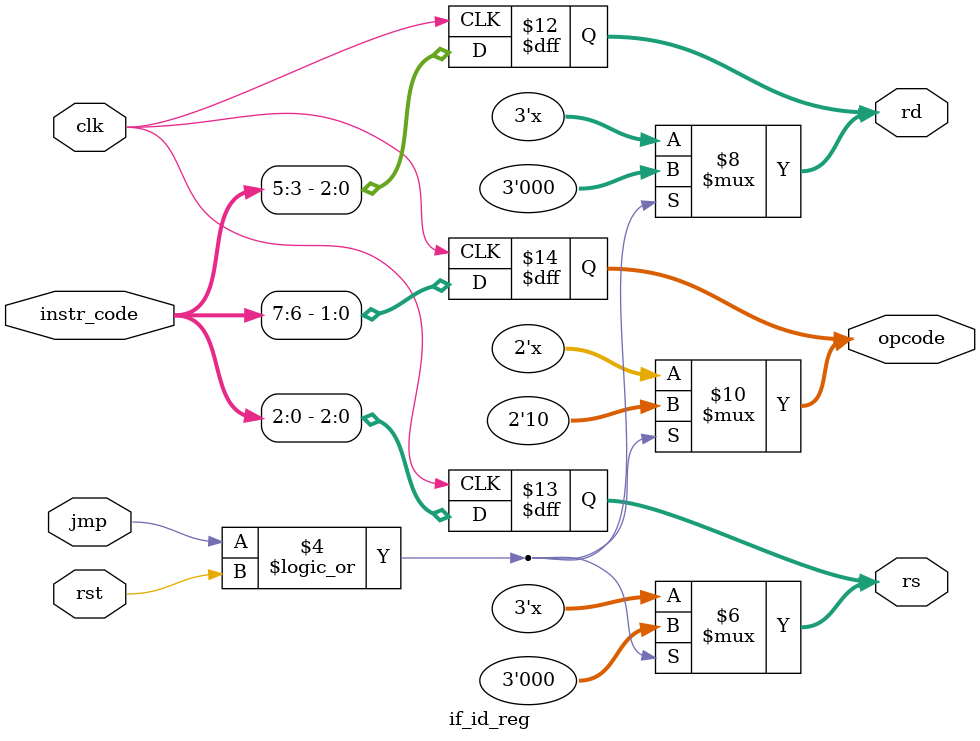
<source format=v>
`timescale 1ns / 1ps


module if_id_reg(
    input clk,
    input rst,
    input jmp,
    input [7:0] instr_code,
    output reg [2:0] rd,
    output reg [2:0] rs,
    output reg [1:0] opcode
    );
    
    always@(jmp, rst)
    begin
    if(jmp == 1 || rst == 1)
    begin
    opcode <= 2'b10;
    rd <= 3'b0;
    rs <= 3'b0;
    end
    end
    
    always@(posedge clk)
    begin
    opcode <= instr_code[7:6];
    rd <= instr_code[5:3];
    rs <= instr_code[2:0];
    end
    
endmodule

</source>
